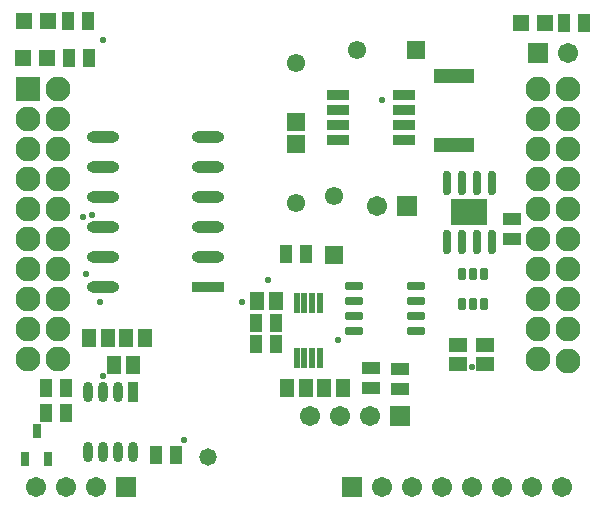
<source format=gts>
G04*
G04 #@! TF.GenerationSoftware,Altium Limited,Altium Designer,18.0.12 (696)*
G04*
G04 Layer_Color=8388736*
%FSLAX25Y25*%
%MOIN*%
G70*
G01*
G75*
%ADD14R,0.10800X0.03800*%
%ADD15O,0.10800X0.03800*%
%ADD16R,0.07690X0.03359*%
%ADD17R,0.04147X0.05918*%
%ADD18R,0.05800X0.05800*%
%ADD19R,0.06115X0.04540*%
%ADD20R,0.05918X0.04147*%
%ADD21R,0.04540X0.06115*%
%ADD22R,0.03162X0.04737*%
%ADD23O,0.03300X0.06800*%
%ADD24R,0.03300X0.06800*%
%ADD25O,0.02762X0.08274*%
%ADD26R,0.12211X0.08786*%
G04:AMPARAMS|DCode=27|XSize=29.65mil|YSize=39.5mil|CornerRadius=5.95mil|HoleSize=0mil|Usage=FLASHONLY|Rotation=180.000|XOffset=0mil|YOffset=0mil|HoleType=Round|Shape=RoundedRectangle|*
%AMROUNDEDRECTD27*
21,1,0.02965,0.02760,0,0,180.0*
21,1,0.01776,0.03950,0,0,180.0*
1,1,0.01190,-0.00888,0.01380*
1,1,0.01190,0.00888,0.01380*
1,1,0.01190,0.00888,-0.01380*
1,1,0.01190,-0.00888,-0.01380*
%
%ADD27ROUNDEDRECTD27*%
%ADD28R,0.13595X0.04934*%
G04:AMPARAMS|DCode=29|XSize=29.65mil|YSize=57.21mil|CornerRadius=5.95mil|HoleSize=0mil|Usage=FLASHONLY|Rotation=90.000|XOffset=0mil|YOffset=0mil|HoleType=Round|Shape=RoundedRectangle|*
%AMROUNDEDRECTD29*
21,1,0.02965,0.04532,0,0,90.0*
21,1,0.01776,0.05721,0,0,90.0*
1,1,0.01190,0.02266,0.00888*
1,1,0.01190,0.02266,-0.00888*
1,1,0.01190,-0.02266,-0.00888*
1,1,0.01190,-0.02266,0.00888*
%
%ADD29ROUNDEDRECTD29*%
G04:AMPARAMS|DCode=30|XSize=23mil|YSize=69.02mil|CornerRadius=5.65mil|HoleSize=0mil|Usage=FLASHONLY|Rotation=180.000|XOffset=0mil|YOffset=0mil|HoleType=Round|Shape=RoundedRectangle|*
%AMROUNDEDRECTD30*
21,1,0.02300,0.05772,0,0,180.0*
21,1,0.01170,0.06902,0,0,180.0*
1,1,0.01130,-0.00585,0.02886*
1,1,0.01130,0.00585,0.02886*
1,1,0.01130,0.00585,-0.02886*
1,1,0.01130,-0.00585,-0.02886*
%
%ADD30ROUNDEDRECTD30*%
%ADD31C,0.06706*%
%ADD32R,0.06706X0.06706*%
%ADD33R,0.06115X0.06115*%
%ADD34C,0.06115*%
%ADD35R,0.06115X0.06115*%
%ADD36C,0.08300*%
%ADD37R,0.08300X0.08300*%
%ADD38C,0.02368*%
%ADD39C,0.02300*%
%ADD40C,0.05800*%
D14*
X169500Y195000D02*
D03*
D15*
Y205000D02*
D03*
Y215000D02*
D03*
Y225000D02*
D03*
Y235000D02*
D03*
Y245000D02*
D03*
X134500Y195000D02*
D03*
Y205000D02*
D03*
Y215000D02*
D03*
Y225000D02*
D03*
Y235000D02*
D03*
Y245000D02*
D03*
D16*
X235024Y244000D02*
D03*
Y249000D02*
D03*
Y254000D02*
D03*
Y259000D02*
D03*
X212976Y244000D02*
D03*
Y249000D02*
D03*
Y254000D02*
D03*
Y259000D02*
D03*
D17*
X123153Y271500D02*
D03*
X129847D02*
D03*
X288154Y283000D02*
D03*
X294847D02*
D03*
X122904Y283900D02*
D03*
X129596D02*
D03*
X195653Y206000D02*
D03*
X202346D02*
D03*
X192347Y183000D02*
D03*
X185653D02*
D03*
X185653Y176000D02*
D03*
X192347D02*
D03*
X122346Y161500D02*
D03*
X115654D02*
D03*
X122346Y153000D02*
D03*
X115654D02*
D03*
X158846Y139000D02*
D03*
X152154D02*
D03*
D18*
X116000Y271500D02*
D03*
X108000D02*
D03*
X274000Y283000D02*
D03*
X282000D02*
D03*
X108250Y283900D02*
D03*
X116250D02*
D03*
D19*
X262000Y175650D02*
D03*
Y169350D02*
D03*
X253000Y175650D02*
D03*
Y169350D02*
D03*
D20*
X271000Y217846D02*
D03*
Y211154D02*
D03*
X233500Y161153D02*
D03*
Y167847D02*
D03*
X224000Y168000D02*
D03*
Y161307D02*
D03*
D21*
X148650Y178000D02*
D03*
X142350D02*
D03*
X129850D02*
D03*
X136150D02*
D03*
X144650Y169000D02*
D03*
X138350D02*
D03*
X202150Y161500D02*
D03*
X195850D02*
D03*
X208350D02*
D03*
X214650D02*
D03*
X185850Y190500D02*
D03*
X192150D02*
D03*
D22*
X112500Y147224D02*
D03*
X116240Y137776D02*
D03*
X108760D02*
D03*
D23*
X129637Y140000D02*
D03*
X134637D02*
D03*
X139637D02*
D03*
X144637D02*
D03*
X129637Y160000D02*
D03*
X134637D02*
D03*
X139637D02*
D03*
D24*
X144637D02*
D03*
D25*
X249224Y210157D02*
D03*
X254224D02*
D03*
X259224D02*
D03*
X264224D02*
D03*
Y229842D02*
D03*
X259224D02*
D03*
X254224D02*
D03*
X249224D02*
D03*
D26*
X256724Y220000D02*
D03*
D27*
X254260Y199520D02*
D03*
X258000D02*
D03*
X261740D02*
D03*
Y189480D02*
D03*
X258000D02*
D03*
X254260D02*
D03*
D28*
X251500Y242583D02*
D03*
Y265417D02*
D03*
D29*
X238835Y180500D02*
D03*
Y185500D02*
D03*
Y190500D02*
D03*
Y195500D02*
D03*
X218165Y180500D02*
D03*
Y185500D02*
D03*
Y190500D02*
D03*
Y195500D02*
D03*
D30*
X199161Y171346D02*
D03*
X201720D02*
D03*
X204279D02*
D03*
X206839D02*
D03*
X199161Y189654D02*
D03*
X201720D02*
D03*
X204279D02*
D03*
X206839D02*
D03*
D31*
X287500Y128500D02*
D03*
X277500D02*
D03*
X267500D02*
D03*
X257500D02*
D03*
X247500D02*
D03*
X237500D02*
D03*
X227500D02*
D03*
X289500Y273000D02*
D03*
X226000Y222000D02*
D03*
X223500Y152000D02*
D03*
X213500D02*
D03*
X203500D02*
D03*
X132244Y128500D02*
D03*
X122244D02*
D03*
X112244D02*
D03*
D32*
X217500D02*
D03*
X279500Y273000D02*
D03*
X236000Y222000D02*
D03*
X233500Y152000D02*
D03*
X142244Y128500D02*
D03*
D33*
X211500Y205658D02*
D03*
X199000Y250157D02*
D03*
X199000Y242843D02*
D03*
D34*
X211500Y225342D02*
D03*
X219158Y274000D02*
D03*
X199000Y269843D02*
D03*
X199000Y223158D02*
D03*
D35*
X238843Y274000D02*
D03*
D36*
X289500Y170500D02*
D03*
Y181000D02*
D03*
Y191000D02*
D03*
Y201000D02*
D03*
Y211000D02*
D03*
Y221000D02*
D03*
Y231000D02*
D03*
Y241000D02*
D03*
Y251000D02*
D03*
Y261000D02*
D03*
X279500Y171000D02*
D03*
Y181000D02*
D03*
Y191000D02*
D03*
Y201000D02*
D03*
Y211000D02*
D03*
Y221000D02*
D03*
Y231000D02*
D03*
Y241000D02*
D03*
Y251000D02*
D03*
Y261000D02*
D03*
X119500Y171000D02*
D03*
Y181000D02*
D03*
Y191000D02*
D03*
Y201000D02*
D03*
Y211000D02*
D03*
Y221000D02*
D03*
Y231000D02*
D03*
Y241000D02*
D03*
Y251000D02*
D03*
Y261000D02*
D03*
X109500Y171000D02*
D03*
Y181000D02*
D03*
Y191000D02*
D03*
Y201000D02*
D03*
Y211000D02*
D03*
Y221000D02*
D03*
Y231000D02*
D03*
Y241000D02*
D03*
Y251000D02*
D03*
D37*
Y261000D02*
D03*
D38*
X261449Y220000D02*
D03*
X256724Y223209D02*
D03*
X252000Y220000D02*
D03*
X256724Y216791D02*
D03*
D39*
X134500Y277500D02*
D03*
X161500Y144000D02*
D03*
X181000Y190000D02*
D03*
X213000Y177508D02*
D03*
X134637Y165287D02*
D03*
X257500Y168500D02*
D03*
X227500Y257500D02*
D03*
X128000Y218500D02*
D03*
X133500Y190000D02*
D03*
X131000Y219000D02*
D03*
X129000Y199500D02*
D03*
X189500Y197500D02*
D03*
D40*
X169500Y138500D02*
D03*
M02*

</source>
